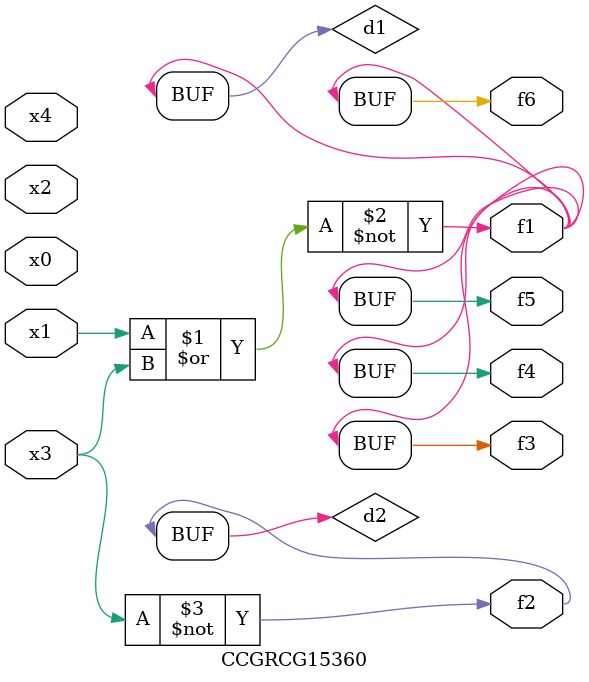
<source format=v>
module CCGRCG15360(
	input x0, x1, x2, x3, x4,
	output f1, f2, f3, f4, f5, f6
);

	wire d1, d2;

	nor (d1, x1, x3);
	not (d2, x3);
	assign f1 = d1;
	assign f2 = d2;
	assign f3 = d1;
	assign f4 = d1;
	assign f5 = d1;
	assign f6 = d1;
endmodule

</source>
